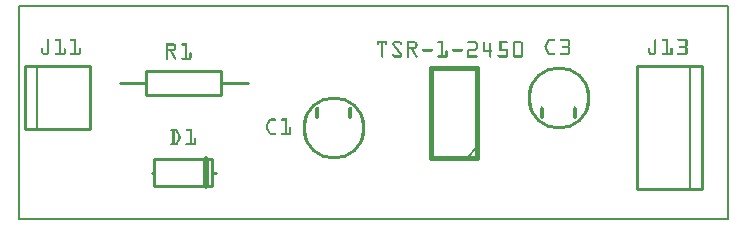
<source format=gto>
G04 MADE WITH FRITZING*
G04 WWW.FRITZING.ORG*
G04 SINGLE SIDED*
G04 HOLES NOT PLATED*
G04 CONTOUR ON CENTER OF CONTOUR VECTOR*
%ASAXBY*%
%FSLAX23Y23*%
%MOIN*%
%OFA0B0*%
%SFA1.0B1.0*%
%ADD10C,0.210000X0.19*%
%ADD11R,2.370950X0.718008X2.354950X0.702008*%
%ADD12C,0.008000*%
%ADD13C,0.010000*%
%ADD14C,0.020000*%
%ADD15C,0.015269*%
%ADD16C,0.005985*%
%ADD17C,0.005000*%
%ADD18R,0.001000X0.001000*%
%LNSILK1*%
G90*
G70*
G54D10*
X1803Y409D03*
X1053Y309D03*
G54D12*
X4Y714D02*
X2367Y714D01*
X2367Y4D01*
X4Y4D01*
X4Y714D01*
D02*
G54D13*
X662Y159D02*
X649Y159D01*
D02*
X454Y159D02*
X447Y159D01*
D02*
X649Y114D02*
X454Y114D01*
D02*
X454Y114D02*
X454Y204D01*
D02*
X454Y204D02*
X649Y204D01*
D02*
X649Y204D02*
X649Y114D01*
G54D14*
D02*
X629Y204D02*
X629Y114D01*
G54D13*
D02*
X341Y459D02*
X428Y459D01*
D02*
X678Y459D02*
X766Y459D01*
D02*
X428Y500D02*
X678Y500D01*
D02*
X678Y500D02*
X678Y418D01*
D02*
X678Y418D02*
X428Y418D01*
D02*
X428Y418D02*
X428Y500D01*
G54D15*
D02*
X1530Y210D02*
X1530Y508D01*
D02*
X1530Y508D02*
X1377Y508D01*
D02*
X1377Y508D02*
X1377Y210D01*
D02*
X1377Y210D02*
X1530Y210D01*
G54D16*
D02*
X1530Y246D02*
X1498Y210D01*
G54D13*
D02*
X241Y304D02*
X241Y514D01*
D02*
X241Y514D02*
X25Y514D01*
D02*
X25Y514D02*
X25Y304D01*
D02*
X25Y304D02*
X241Y304D01*
G54D17*
D02*
X65Y514D02*
X65Y304D01*
G54D13*
D02*
X2065Y514D02*
X2065Y104D01*
D02*
X2065Y104D02*
X2281Y104D01*
D02*
X2281Y104D02*
X2281Y514D01*
D02*
X2281Y514D02*
X2065Y514D01*
G54D17*
D02*
X2241Y104D02*
X2241Y514D01*
G54D18*
X128Y606D02*
X144Y606D01*
X179Y606D02*
X195Y606D01*
X100Y605D02*
X104Y605D01*
X126Y605D02*
X145Y605D01*
X176Y605D02*
X195Y605D01*
X1771Y605D02*
X1788Y605D01*
X1808Y605D02*
X1836Y605D01*
X2124Y605D02*
X2127Y605D01*
X2150Y605D02*
X2168Y605D01*
X2200Y605D02*
X2228Y605D01*
X99Y604D02*
X105Y604D01*
X125Y604D02*
X145Y604D01*
X176Y604D02*
X195Y604D01*
X1769Y604D02*
X1789Y604D01*
X1807Y604D02*
X1838Y604D01*
X2123Y604D02*
X2128Y604D01*
X2149Y604D02*
X2168Y604D01*
X2199Y604D02*
X2230Y604D01*
X99Y603D02*
X105Y603D01*
X125Y603D02*
X145Y603D01*
X175Y603D02*
X195Y603D01*
X1768Y603D02*
X1790Y603D01*
X1807Y603D02*
X1839Y603D01*
X2123Y603D02*
X2128Y603D01*
X2149Y603D02*
X2168Y603D01*
X2199Y603D02*
X2231Y603D01*
X99Y602D02*
X105Y602D01*
X125Y602D02*
X145Y602D01*
X175Y602D02*
X195Y602D01*
X1766Y602D02*
X1790Y602D01*
X1807Y602D02*
X1839Y602D01*
X2122Y602D02*
X2128Y602D01*
X2149Y602D02*
X2168Y602D01*
X2199Y602D02*
X2231Y602D01*
X99Y601D02*
X105Y601D01*
X125Y601D02*
X145Y601D01*
X176Y601D02*
X195Y601D01*
X1766Y601D02*
X1790Y601D01*
X1807Y601D02*
X1840Y601D01*
X2122Y601D02*
X2128Y601D01*
X2149Y601D02*
X2168Y601D01*
X2199Y601D02*
X2232Y601D01*
X99Y600D02*
X105Y600D01*
X126Y600D02*
X145Y600D01*
X176Y600D02*
X195Y600D01*
X1765Y600D02*
X1789Y600D01*
X1807Y600D02*
X1840Y600D01*
X2122Y600D02*
X2128Y600D01*
X2149Y600D02*
X2168Y600D01*
X2200Y600D02*
X2232Y600D01*
X99Y599D02*
X105Y599D01*
X138Y599D02*
X145Y599D01*
X188Y599D02*
X195Y599D01*
X1765Y599D02*
X1788Y599D01*
X1809Y599D02*
X1840Y599D01*
X2122Y599D02*
X2128Y599D01*
X2151Y599D02*
X2168Y599D01*
X2201Y599D02*
X2232Y599D01*
X99Y598D02*
X105Y598D01*
X139Y598D02*
X145Y598D01*
X189Y598D02*
X195Y598D01*
X1764Y598D02*
X1772Y598D01*
X1834Y598D02*
X1840Y598D01*
X2122Y598D02*
X2128Y598D01*
X2162Y598D02*
X2168Y598D01*
X2226Y598D02*
X2232Y598D01*
X99Y597D02*
X105Y597D01*
X139Y597D02*
X145Y597D01*
X189Y597D02*
X195Y597D01*
X1198Y597D02*
X1231Y597D01*
X1254Y597D02*
X1274Y597D01*
X1298Y597D02*
X1323Y597D01*
X1401Y597D02*
X1418Y597D01*
X1501Y597D02*
X1527Y597D01*
X1553Y597D02*
X1554Y597D01*
X1606Y597D02*
X1630Y597D01*
X1655Y597D02*
X1678Y597D01*
X1764Y597D02*
X1771Y597D01*
X1834Y597D02*
X1840Y597D01*
X2122Y597D02*
X2128Y597D01*
X2162Y597D02*
X2168Y597D01*
X2226Y597D02*
X2232Y597D01*
X99Y596D02*
X105Y596D01*
X139Y596D02*
X145Y596D01*
X189Y596D02*
X195Y596D01*
X1198Y596D02*
X1231Y596D01*
X1252Y596D02*
X1277Y596D01*
X1298Y596D02*
X1326Y596D01*
X1400Y596D02*
X1418Y596D01*
X1500Y596D02*
X1529Y596D01*
X1552Y596D02*
X1556Y596D01*
X1606Y596D02*
X1632Y596D01*
X1653Y596D02*
X1680Y596D01*
X1763Y596D02*
X1770Y596D01*
X1834Y596D02*
X1840Y596D01*
X2122Y596D02*
X2128Y596D01*
X2162Y596D02*
X2168Y596D01*
X2226Y596D02*
X2232Y596D01*
X99Y595D02*
X105Y595D01*
X139Y595D02*
X145Y595D01*
X189Y595D02*
X195Y595D01*
X1198Y595D02*
X1231Y595D01*
X1250Y595D02*
X1278Y595D01*
X1298Y595D02*
X1328Y595D01*
X1399Y595D02*
X1418Y595D01*
X1499Y595D02*
X1530Y595D01*
X1551Y595D02*
X1557Y595D01*
X1606Y595D02*
X1633Y595D01*
X1652Y595D02*
X1681Y595D01*
X1763Y595D02*
X1770Y595D01*
X1834Y595D02*
X1840Y595D01*
X2122Y595D02*
X2128Y595D01*
X2162Y595D02*
X2168Y595D01*
X2226Y595D02*
X2232Y595D01*
X99Y594D02*
X105Y594D01*
X139Y594D02*
X145Y594D01*
X189Y594D02*
X195Y594D01*
X1198Y594D02*
X1231Y594D01*
X1250Y594D02*
X1279Y594D01*
X1298Y594D02*
X1329Y594D01*
X1399Y594D02*
X1418Y594D01*
X1499Y594D02*
X1531Y594D01*
X1551Y594D02*
X1557Y594D01*
X1606Y594D02*
X1633Y594D01*
X1651Y594D02*
X1682Y594D01*
X1762Y594D02*
X1769Y594D01*
X1834Y594D02*
X1840Y594D01*
X2122Y594D02*
X2128Y594D01*
X2162Y594D02*
X2168Y594D01*
X2226Y594D02*
X2232Y594D01*
X99Y593D02*
X105Y593D01*
X139Y593D02*
X145Y593D01*
X189Y593D02*
X195Y593D01*
X1198Y593D02*
X1231Y593D01*
X1249Y593D02*
X1280Y593D01*
X1298Y593D02*
X1330Y593D01*
X1399Y593D02*
X1418Y593D01*
X1499Y593D02*
X1532Y593D01*
X1551Y593D02*
X1557Y593D01*
X1606Y593D02*
X1633Y593D01*
X1650Y593D02*
X1682Y593D01*
X1762Y593D02*
X1769Y593D01*
X1834Y593D02*
X1840Y593D01*
X2122Y593D02*
X2128Y593D01*
X2162Y593D02*
X2168Y593D01*
X2226Y593D02*
X2232Y593D01*
X99Y592D02*
X105Y592D01*
X139Y592D02*
X145Y592D01*
X189Y592D02*
X195Y592D01*
X1198Y592D02*
X1231Y592D01*
X1248Y592D02*
X1281Y592D01*
X1298Y592D02*
X1330Y592D01*
X1399Y592D02*
X1418Y592D01*
X1499Y592D02*
X1532Y592D01*
X1551Y592D02*
X1557Y592D01*
X1606Y592D02*
X1632Y592D01*
X1650Y592D02*
X1683Y592D01*
X1761Y592D02*
X1768Y592D01*
X1834Y592D02*
X1840Y592D01*
X2122Y592D02*
X2128Y592D01*
X2162Y592D02*
X2168Y592D01*
X2226Y592D02*
X2232Y592D01*
X99Y591D02*
X105Y591D01*
X139Y591D02*
X145Y591D01*
X189Y591D02*
X195Y591D01*
X1198Y591D02*
X1231Y591D01*
X1248Y591D02*
X1281Y591D01*
X1298Y591D02*
X1331Y591D01*
X1400Y591D02*
X1418Y591D01*
X1500Y591D02*
X1532Y591D01*
X1551Y591D02*
X1557Y591D01*
X1574Y591D02*
X1575Y591D01*
X1606Y591D02*
X1632Y591D01*
X1650Y591D02*
X1683Y591D01*
X1761Y591D02*
X1768Y591D01*
X1834Y591D02*
X1840Y591D01*
X2122Y591D02*
X2128Y591D01*
X2162Y591D02*
X2168Y591D01*
X2226Y591D02*
X2232Y591D01*
X99Y590D02*
X105Y590D01*
X139Y590D02*
X145Y590D01*
X189Y590D02*
X195Y590D01*
X495Y590D02*
X521Y590D01*
X547Y590D02*
X565Y590D01*
X1198Y590D02*
X1204Y590D01*
X1211Y590D02*
X1218Y590D01*
X1225Y590D02*
X1231Y590D01*
X1248Y590D02*
X1254Y590D01*
X1274Y590D02*
X1281Y590D01*
X1298Y590D02*
X1304Y590D01*
X1323Y590D02*
X1331Y590D01*
X1412Y590D02*
X1418Y590D01*
X1526Y590D02*
X1533Y590D01*
X1551Y590D02*
X1557Y590D01*
X1572Y590D02*
X1577Y590D01*
X1606Y590D02*
X1612Y590D01*
X1650Y590D02*
X1656Y590D01*
X1677Y590D02*
X1683Y590D01*
X1760Y590D02*
X1767Y590D01*
X1834Y590D02*
X1840Y590D01*
X2122Y590D02*
X2128Y590D01*
X2162Y590D02*
X2168Y590D01*
X2226Y590D02*
X2232Y590D01*
X99Y589D02*
X105Y589D01*
X139Y589D02*
X145Y589D01*
X189Y589D02*
X195Y589D01*
X495Y589D02*
X523Y589D01*
X546Y589D02*
X565Y589D01*
X1198Y589D02*
X1204Y589D01*
X1212Y589D02*
X1218Y589D01*
X1225Y589D02*
X1231Y589D01*
X1248Y589D02*
X1254Y589D01*
X1275Y589D02*
X1281Y589D01*
X1298Y589D02*
X1304Y589D01*
X1325Y589D02*
X1332Y589D01*
X1412Y589D02*
X1418Y589D01*
X1527Y589D02*
X1533Y589D01*
X1551Y589D02*
X1557Y589D01*
X1572Y589D02*
X1577Y589D01*
X1606Y589D02*
X1612Y589D01*
X1650Y589D02*
X1656Y589D01*
X1677Y589D02*
X1683Y589D01*
X1760Y589D02*
X1767Y589D01*
X1834Y589D02*
X1840Y589D01*
X2122Y589D02*
X2128Y589D01*
X2162Y589D02*
X2168Y589D01*
X2226Y589D02*
X2232Y589D01*
X99Y588D02*
X105Y588D01*
X139Y588D02*
X145Y588D01*
X189Y588D02*
X195Y588D01*
X495Y588D02*
X525Y588D01*
X545Y588D02*
X565Y588D01*
X1198Y588D02*
X1204Y588D01*
X1212Y588D02*
X1218Y588D01*
X1225Y588D02*
X1231Y588D01*
X1248Y588D02*
X1255Y588D01*
X1276Y588D02*
X1282Y588D01*
X1298Y588D02*
X1304Y588D01*
X1325Y588D02*
X1332Y588D01*
X1412Y588D02*
X1418Y588D01*
X1527Y588D02*
X1533Y588D01*
X1551Y588D02*
X1557Y588D01*
X1572Y588D02*
X1577Y588D01*
X1606Y588D02*
X1612Y588D01*
X1650Y588D02*
X1656Y588D01*
X1677Y588D02*
X1683Y588D01*
X1759Y588D02*
X1766Y588D01*
X1834Y588D02*
X1840Y588D01*
X2122Y588D02*
X2128Y588D01*
X2162Y588D02*
X2168Y588D01*
X2226Y588D02*
X2232Y588D01*
X99Y587D02*
X105Y587D01*
X139Y587D02*
X145Y587D01*
X189Y587D02*
X195Y587D01*
X495Y587D02*
X526Y587D01*
X545Y587D02*
X565Y587D01*
X1198Y587D02*
X1204Y587D01*
X1212Y587D02*
X1218Y587D01*
X1226Y587D02*
X1231Y587D01*
X1248Y587D02*
X1256Y587D01*
X1276Y587D02*
X1281Y587D01*
X1298Y587D02*
X1304Y587D01*
X1326Y587D02*
X1332Y587D01*
X1412Y587D02*
X1418Y587D01*
X1527Y587D02*
X1533Y587D01*
X1551Y587D02*
X1557Y587D01*
X1571Y587D02*
X1578Y587D01*
X1606Y587D02*
X1612Y587D01*
X1650Y587D02*
X1656Y587D01*
X1677Y587D02*
X1683Y587D01*
X1759Y587D02*
X1766Y587D01*
X1834Y587D02*
X1840Y587D01*
X2122Y587D02*
X2128Y587D01*
X2162Y587D02*
X2168Y587D01*
X2226Y587D02*
X2232Y587D01*
X99Y586D02*
X105Y586D01*
X139Y586D02*
X145Y586D01*
X189Y586D02*
X195Y586D01*
X495Y586D02*
X526Y586D01*
X545Y586D02*
X565Y586D01*
X1198Y586D02*
X1203Y586D01*
X1212Y586D02*
X1218Y586D01*
X1226Y586D02*
X1231Y586D01*
X1249Y586D02*
X1256Y586D01*
X1276Y586D02*
X1281Y586D01*
X1298Y586D02*
X1304Y586D01*
X1326Y586D02*
X1332Y586D01*
X1412Y586D02*
X1418Y586D01*
X1527Y586D02*
X1533Y586D01*
X1551Y586D02*
X1557Y586D01*
X1571Y586D02*
X1578Y586D01*
X1606Y586D02*
X1612Y586D01*
X1650Y586D02*
X1656Y586D01*
X1677Y586D02*
X1683Y586D01*
X1758Y586D02*
X1765Y586D01*
X1834Y586D02*
X1840Y586D01*
X2122Y586D02*
X2128Y586D01*
X2162Y586D02*
X2168Y586D01*
X2226Y586D02*
X2232Y586D01*
X99Y585D02*
X105Y585D01*
X139Y585D02*
X145Y585D01*
X189Y585D02*
X195Y585D01*
X495Y585D02*
X527Y585D01*
X546Y585D02*
X565Y585D01*
X1199Y585D02*
X1202Y585D01*
X1212Y585D02*
X1218Y585D01*
X1227Y585D02*
X1230Y585D01*
X1249Y585D02*
X1257Y585D01*
X1277Y585D02*
X1280Y585D01*
X1298Y585D02*
X1304Y585D01*
X1326Y585D02*
X1332Y585D01*
X1412Y585D02*
X1418Y585D01*
X1527Y585D02*
X1533Y585D01*
X1551Y585D02*
X1557Y585D01*
X1571Y585D02*
X1578Y585D01*
X1606Y585D02*
X1612Y585D01*
X1650Y585D02*
X1656Y585D01*
X1677Y585D02*
X1683Y585D01*
X1758Y585D02*
X1765Y585D01*
X1834Y585D02*
X1840Y585D01*
X2122Y585D02*
X2128Y585D01*
X2162Y585D02*
X2168Y585D01*
X2226Y585D02*
X2232Y585D01*
X99Y584D02*
X105Y584D01*
X139Y584D02*
X145Y584D01*
X189Y584D02*
X195Y584D01*
X495Y584D02*
X528Y584D01*
X547Y584D02*
X565Y584D01*
X1212Y584D02*
X1218Y584D01*
X1250Y584D02*
X1258Y584D01*
X1298Y584D02*
X1304Y584D01*
X1326Y584D02*
X1332Y584D01*
X1412Y584D02*
X1418Y584D01*
X1527Y584D02*
X1533Y584D01*
X1551Y584D02*
X1557Y584D01*
X1571Y584D02*
X1578Y584D01*
X1606Y584D02*
X1612Y584D01*
X1650Y584D02*
X1656Y584D01*
X1677Y584D02*
X1683Y584D01*
X1757Y584D02*
X1764Y584D01*
X1834Y584D02*
X1840Y584D01*
X2122Y584D02*
X2128Y584D01*
X2162Y584D02*
X2168Y584D01*
X2226Y584D02*
X2232Y584D01*
X99Y583D02*
X105Y583D01*
X139Y583D02*
X145Y583D01*
X189Y583D02*
X195Y583D01*
X495Y583D02*
X501Y583D01*
X521Y583D02*
X528Y583D01*
X559Y583D02*
X565Y583D01*
X1212Y583D02*
X1218Y583D01*
X1251Y583D02*
X1259Y583D01*
X1298Y583D02*
X1304Y583D01*
X1326Y583D02*
X1332Y583D01*
X1412Y583D02*
X1418Y583D01*
X1527Y583D02*
X1533Y583D01*
X1551Y583D02*
X1557Y583D01*
X1571Y583D02*
X1578Y583D01*
X1606Y583D02*
X1612Y583D01*
X1650Y583D02*
X1656Y583D01*
X1677Y583D02*
X1683Y583D01*
X1757Y583D02*
X1764Y583D01*
X1833Y583D02*
X1840Y583D01*
X2122Y583D02*
X2128Y583D01*
X2162Y583D02*
X2168Y583D01*
X2225Y583D02*
X2232Y583D01*
X99Y582D02*
X105Y582D01*
X139Y582D02*
X145Y582D01*
X189Y582D02*
X195Y582D01*
X495Y582D02*
X501Y582D01*
X522Y582D02*
X528Y582D01*
X559Y582D02*
X565Y582D01*
X1212Y582D02*
X1218Y582D01*
X1251Y582D02*
X1259Y582D01*
X1298Y582D02*
X1304Y582D01*
X1326Y582D02*
X1332Y582D01*
X1412Y582D02*
X1418Y582D01*
X1527Y582D02*
X1533Y582D01*
X1551Y582D02*
X1557Y582D01*
X1571Y582D02*
X1578Y582D01*
X1606Y582D02*
X1612Y582D01*
X1650Y582D02*
X1656Y582D01*
X1677Y582D02*
X1683Y582D01*
X1757Y582D02*
X1763Y582D01*
X1816Y582D02*
X1840Y582D01*
X2122Y582D02*
X2128Y582D01*
X2162Y582D02*
X2168Y582D01*
X2208Y582D02*
X2232Y582D01*
X99Y581D02*
X105Y581D01*
X139Y581D02*
X145Y581D01*
X189Y581D02*
X195Y581D01*
X495Y581D02*
X501Y581D01*
X522Y581D02*
X528Y581D01*
X559Y581D02*
X565Y581D01*
X1212Y581D02*
X1218Y581D01*
X1252Y581D02*
X1260Y581D01*
X1298Y581D02*
X1304Y581D01*
X1325Y581D02*
X1332Y581D01*
X1412Y581D02*
X1418Y581D01*
X1527Y581D02*
X1533Y581D01*
X1551Y581D02*
X1557Y581D01*
X1571Y581D02*
X1578Y581D01*
X1606Y581D02*
X1612Y581D01*
X1650Y581D02*
X1656Y581D01*
X1677Y581D02*
X1683Y581D01*
X1757Y581D02*
X1763Y581D01*
X1814Y581D02*
X1839Y581D01*
X2122Y581D02*
X2128Y581D01*
X2162Y581D02*
X2168Y581D01*
X2206Y581D02*
X2231Y581D01*
X99Y580D02*
X105Y580D01*
X139Y580D02*
X145Y580D01*
X189Y580D02*
X195Y580D01*
X495Y580D02*
X501Y580D01*
X522Y580D02*
X528Y580D01*
X559Y580D02*
X565Y580D01*
X1212Y580D02*
X1218Y580D01*
X1253Y580D02*
X1261Y580D01*
X1298Y580D02*
X1304Y580D01*
X1324Y580D02*
X1331Y580D01*
X1412Y580D02*
X1418Y580D01*
X1527Y580D02*
X1533Y580D01*
X1551Y580D02*
X1557Y580D01*
X1571Y580D02*
X1578Y580D01*
X1606Y580D02*
X1612Y580D01*
X1650Y580D02*
X1656Y580D01*
X1677Y580D02*
X1683Y580D01*
X1756Y580D02*
X1763Y580D01*
X1814Y580D02*
X1838Y580D01*
X2122Y580D02*
X2128Y580D01*
X2162Y580D02*
X2168Y580D01*
X2206Y580D02*
X2230Y580D01*
X99Y579D02*
X105Y579D01*
X139Y579D02*
X145Y579D01*
X189Y579D02*
X195Y579D01*
X495Y579D02*
X501Y579D01*
X522Y579D02*
X528Y579D01*
X559Y579D02*
X565Y579D01*
X1212Y579D02*
X1218Y579D01*
X1254Y579D02*
X1262Y579D01*
X1298Y579D02*
X1331Y579D01*
X1412Y579D02*
X1418Y579D01*
X1527Y579D02*
X1533Y579D01*
X1551Y579D02*
X1557Y579D01*
X1571Y579D02*
X1578Y579D01*
X1606Y579D02*
X1612Y579D01*
X1650Y579D02*
X1656Y579D01*
X1677Y579D02*
X1683Y579D01*
X1756Y579D02*
X1762Y579D01*
X1814Y579D02*
X1838Y579D01*
X2122Y579D02*
X2128Y579D01*
X2162Y579D02*
X2168Y579D01*
X2206Y579D02*
X2230Y579D01*
X99Y578D02*
X105Y578D01*
X139Y578D02*
X145Y578D01*
X189Y578D02*
X195Y578D01*
X495Y578D02*
X501Y578D01*
X522Y578D02*
X528Y578D01*
X559Y578D02*
X565Y578D01*
X1212Y578D02*
X1218Y578D01*
X1255Y578D02*
X1263Y578D01*
X1298Y578D02*
X1330Y578D01*
X1412Y578D02*
X1418Y578D01*
X1527Y578D02*
X1533Y578D01*
X1551Y578D02*
X1557Y578D01*
X1571Y578D02*
X1578Y578D01*
X1606Y578D02*
X1612Y578D01*
X1650Y578D02*
X1656Y578D01*
X1677Y578D02*
X1683Y578D01*
X1756Y578D02*
X1763Y578D01*
X1814Y578D02*
X1838Y578D01*
X2122Y578D02*
X2128Y578D01*
X2162Y578D02*
X2168Y578D01*
X2206Y578D02*
X2230Y578D01*
X99Y577D02*
X105Y577D01*
X139Y577D02*
X145Y577D01*
X189Y577D02*
X195Y577D01*
X495Y577D02*
X501Y577D01*
X522Y577D02*
X528Y577D01*
X559Y577D02*
X565Y577D01*
X1212Y577D02*
X1218Y577D01*
X1255Y577D02*
X1263Y577D01*
X1298Y577D02*
X1330Y577D01*
X1412Y577D02*
X1418Y577D01*
X1527Y577D02*
X1533Y577D01*
X1551Y577D02*
X1557Y577D01*
X1571Y577D02*
X1578Y577D01*
X1606Y577D02*
X1612Y577D01*
X1650Y577D02*
X1656Y577D01*
X1677Y577D02*
X1683Y577D01*
X1757Y577D02*
X1763Y577D01*
X1814Y577D02*
X1839Y577D01*
X2122Y577D02*
X2128Y577D01*
X2162Y577D02*
X2168Y577D01*
X2206Y577D02*
X2231Y577D01*
X80Y576D02*
X83Y576D01*
X99Y576D02*
X105Y576D01*
X139Y576D02*
X145Y576D01*
X154Y576D02*
X157Y576D01*
X189Y576D02*
X195Y576D01*
X204Y576D02*
X207Y576D01*
X495Y576D02*
X501Y576D01*
X522Y576D02*
X528Y576D01*
X559Y576D02*
X565Y576D01*
X1212Y576D02*
X1218Y576D01*
X1256Y576D02*
X1264Y576D01*
X1298Y576D02*
X1329Y576D01*
X1412Y576D02*
X1418Y576D01*
X1527Y576D02*
X1533Y576D01*
X1551Y576D02*
X1557Y576D01*
X1571Y576D02*
X1578Y576D01*
X1606Y576D02*
X1612Y576D01*
X1650Y576D02*
X1656Y576D01*
X1677Y576D02*
X1683Y576D01*
X1757Y576D02*
X1763Y576D01*
X1815Y576D02*
X1839Y576D01*
X2104Y576D02*
X2106Y576D01*
X2122Y576D02*
X2128Y576D01*
X2162Y576D02*
X2168Y576D01*
X2178Y576D02*
X2180Y576D01*
X2207Y576D02*
X2231Y576D01*
X79Y575D02*
X84Y575D01*
X99Y575D02*
X105Y575D01*
X139Y575D02*
X145Y575D01*
X153Y575D02*
X158Y575D01*
X189Y575D02*
X195Y575D01*
X203Y575D02*
X208Y575D01*
X495Y575D02*
X501Y575D01*
X522Y575D02*
X528Y575D01*
X559Y575D02*
X565Y575D01*
X1212Y575D02*
X1218Y575D01*
X1257Y575D02*
X1265Y575D01*
X1298Y575D02*
X1328Y575D01*
X1412Y575D02*
X1418Y575D01*
X1527Y575D02*
X1533Y575D01*
X1551Y575D02*
X1557Y575D01*
X1571Y575D02*
X1578Y575D01*
X1606Y575D02*
X1612Y575D01*
X1650Y575D02*
X1656Y575D01*
X1677Y575D02*
X1683Y575D01*
X1757Y575D02*
X1763Y575D01*
X1831Y575D02*
X1840Y575D01*
X2103Y575D02*
X2107Y575D01*
X2122Y575D02*
X2128Y575D01*
X2162Y575D02*
X2168Y575D01*
X2177Y575D02*
X2181Y575D01*
X2224Y575D02*
X2232Y575D01*
X78Y574D02*
X84Y574D01*
X99Y574D02*
X105Y574D01*
X139Y574D02*
X145Y574D01*
X153Y574D02*
X158Y574D01*
X189Y574D02*
X195Y574D01*
X203Y574D02*
X209Y574D01*
X495Y574D02*
X501Y574D01*
X521Y574D02*
X528Y574D01*
X559Y574D02*
X565Y574D01*
X1212Y574D02*
X1218Y574D01*
X1258Y574D02*
X1266Y574D01*
X1298Y574D02*
X1327Y574D01*
X1412Y574D02*
X1418Y574D01*
X1526Y574D02*
X1533Y574D01*
X1551Y574D02*
X1557Y574D01*
X1571Y574D02*
X1578Y574D01*
X1606Y574D02*
X1612Y574D01*
X1650Y574D02*
X1656Y574D01*
X1677Y574D02*
X1683Y574D01*
X1757Y574D02*
X1764Y574D01*
X1833Y574D02*
X1840Y574D01*
X2102Y574D02*
X2108Y574D01*
X2122Y574D02*
X2128Y574D01*
X2162Y574D02*
X2168Y574D01*
X2176Y574D02*
X2182Y574D01*
X2225Y574D02*
X2232Y574D01*
X78Y573D02*
X84Y573D01*
X99Y573D02*
X105Y573D01*
X139Y573D02*
X145Y573D01*
X153Y573D02*
X159Y573D01*
X189Y573D02*
X195Y573D01*
X203Y573D02*
X209Y573D01*
X495Y573D02*
X501Y573D01*
X519Y573D02*
X528Y573D01*
X559Y573D02*
X565Y573D01*
X1212Y573D02*
X1218Y573D01*
X1258Y573D02*
X1266Y573D01*
X1298Y573D02*
X1324Y573D01*
X1350Y573D02*
X1380Y573D01*
X1412Y573D02*
X1418Y573D01*
X1450Y573D02*
X1481Y573D01*
X1503Y573D02*
X1532Y573D01*
X1551Y573D02*
X1557Y573D01*
X1571Y573D02*
X1578Y573D01*
X1606Y573D02*
X1629Y573D01*
X1650Y573D02*
X1656Y573D01*
X1677Y573D02*
X1683Y573D01*
X1758Y573D02*
X1764Y573D01*
X1834Y573D02*
X1840Y573D01*
X2102Y573D02*
X2108Y573D01*
X2122Y573D02*
X2128Y573D01*
X2162Y573D02*
X2168Y573D01*
X2176Y573D02*
X2182Y573D01*
X2226Y573D02*
X2232Y573D01*
X78Y572D02*
X84Y572D01*
X99Y572D02*
X105Y572D01*
X139Y572D02*
X145Y572D01*
X153Y572D02*
X159Y572D01*
X189Y572D02*
X195Y572D01*
X203Y572D02*
X209Y572D01*
X495Y572D02*
X527Y572D01*
X559Y572D02*
X565Y572D01*
X1212Y572D02*
X1218Y572D01*
X1259Y572D02*
X1267Y572D01*
X1298Y572D02*
X1304Y572D01*
X1310Y572D02*
X1318Y572D01*
X1349Y572D02*
X1381Y572D01*
X1412Y572D02*
X1418Y572D01*
X1449Y572D02*
X1482Y572D01*
X1502Y572D02*
X1532Y572D01*
X1551Y572D02*
X1557Y572D01*
X1571Y572D02*
X1578Y572D01*
X1606Y572D02*
X1630Y572D01*
X1650Y572D02*
X1656Y572D01*
X1677Y572D02*
X1683Y572D01*
X1758Y572D02*
X1765Y572D01*
X1834Y572D02*
X1840Y572D01*
X2102Y572D02*
X2108Y572D01*
X2122Y572D02*
X2128Y572D01*
X2162Y572D02*
X2168Y572D01*
X2176Y572D02*
X2182Y572D01*
X2226Y572D02*
X2232Y572D01*
X78Y571D02*
X84Y571D01*
X99Y571D02*
X105Y571D01*
X139Y571D02*
X145Y571D01*
X153Y571D02*
X159Y571D01*
X189Y571D02*
X195Y571D01*
X203Y571D02*
X209Y571D01*
X495Y571D02*
X527Y571D01*
X559Y571D02*
X565Y571D01*
X1212Y571D02*
X1218Y571D01*
X1260Y571D02*
X1268Y571D01*
X1298Y571D02*
X1304Y571D01*
X1311Y571D02*
X1318Y571D01*
X1349Y571D02*
X1382Y571D01*
X1412Y571D02*
X1418Y571D01*
X1449Y571D02*
X1482Y571D01*
X1501Y571D02*
X1532Y571D01*
X1551Y571D02*
X1557Y571D01*
X1571Y571D02*
X1578Y571D01*
X1606Y571D02*
X1631Y571D01*
X1650Y571D02*
X1656Y571D01*
X1677Y571D02*
X1683Y571D01*
X1758Y571D02*
X1765Y571D01*
X1834Y571D02*
X1840Y571D01*
X2102Y571D02*
X2108Y571D01*
X2122Y571D02*
X2128Y571D01*
X2162Y571D02*
X2168Y571D01*
X2176Y571D02*
X2182Y571D01*
X2226Y571D02*
X2232Y571D01*
X78Y570D02*
X84Y570D01*
X99Y570D02*
X105Y570D01*
X139Y570D02*
X145Y570D01*
X153Y570D02*
X159Y570D01*
X189Y570D02*
X195Y570D01*
X203Y570D02*
X209Y570D01*
X495Y570D02*
X526Y570D01*
X559Y570D02*
X565Y570D01*
X1212Y570D02*
X1218Y570D01*
X1261Y570D02*
X1269Y570D01*
X1298Y570D02*
X1304Y570D01*
X1311Y570D02*
X1319Y570D01*
X1348Y570D02*
X1382Y570D01*
X1412Y570D02*
X1418Y570D01*
X1449Y570D02*
X1482Y570D01*
X1500Y570D02*
X1531Y570D01*
X1551Y570D02*
X1557Y570D01*
X1571Y570D02*
X1578Y570D01*
X1606Y570D02*
X1632Y570D01*
X1650Y570D02*
X1656Y570D01*
X1677Y570D02*
X1683Y570D01*
X1759Y570D02*
X1766Y570D01*
X1834Y570D02*
X1840Y570D01*
X2102Y570D02*
X2108Y570D01*
X2122Y570D02*
X2128Y570D01*
X2162Y570D02*
X2168Y570D01*
X2176Y570D02*
X2182Y570D01*
X2226Y570D02*
X2232Y570D01*
X78Y569D02*
X84Y569D01*
X99Y569D02*
X105Y569D01*
X139Y569D02*
X145Y569D01*
X153Y569D02*
X159Y569D01*
X189Y569D02*
X195Y569D01*
X203Y569D02*
X209Y569D01*
X495Y569D02*
X525Y569D01*
X559Y569D02*
X565Y569D01*
X1212Y569D02*
X1218Y569D01*
X1262Y569D02*
X1270Y569D01*
X1298Y569D02*
X1304Y569D01*
X1312Y569D02*
X1319Y569D01*
X1348Y569D02*
X1382Y569D01*
X1412Y569D02*
X1418Y569D01*
X1449Y569D02*
X1482Y569D01*
X1499Y569D02*
X1531Y569D01*
X1551Y569D02*
X1557Y569D01*
X1571Y569D02*
X1578Y569D01*
X1606Y569D02*
X1632Y569D01*
X1650Y569D02*
X1656Y569D01*
X1677Y569D02*
X1683Y569D01*
X1759Y569D02*
X1766Y569D01*
X1834Y569D02*
X1840Y569D01*
X2102Y569D02*
X2108Y569D01*
X2122Y569D02*
X2128Y569D01*
X2162Y569D02*
X2168Y569D01*
X2176Y569D02*
X2182Y569D01*
X2226Y569D02*
X2232Y569D01*
X78Y568D02*
X84Y568D01*
X99Y568D02*
X105Y568D01*
X139Y568D02*
X145Y568D01*
X153Y568D02*
X159Y568D01*
X189Y568D02*
X195Y568D01*
X203Y568D02*
X209Y568D01*
X495Y568D02*
X524Y568D01*
X559Y568D02*
X565Y568D01*
X1212Y568D02*
X1218Y568D01*
X1262Y568D02*
X1270Y568D01*
X1298Y568D02*
X1304Y568D01*
X1313Y568D02*
X1320Y568D01*
X1348Y568D02*
X1382Y568D01*
X1412Y568D02*
X1418Y568D01*
X1449Y568D02*
X1482Y568D01*
X1499Y568D02*
X1530Y568D01*
X1551Y568D02*
X1557Y568D01*
X1571Y568D02*
X1578Y568D01*
X1606Y568D02*
X1633Y568D01*
X1650Y568D02*
X1656Y568D01*
X1677Y568D02*
X1683Y568D01*
X1760Y568D02*
X1767Y568D01*
X1834Y568D02*
X1840Y568D01*
X2102Y568D02*
X2108Y568D01*
X2122Y568D02*
X2128Y568D01*
X2162Y568D02*
X2168Y568D01*
X2176Y568D02*
X2182Y568D01*
X2226Y568D02*
X2232Y568D01*
X78Y567D02*
X84Y567D01*
X99Y567D02*
X105Y567D01*
X139Y567D02*
X145Y567D01*
X153Y567D02*
X159Y567D01*
X189Y567D02*
X195Y567D01*
X203Y567D02*
X209Y567D01*
X495Y567D02*
X522Y567D01*
X559Y567D02*
X565Y567D01*
X1212Y567D02*
X1218Y567D01*
X1263Y567D02*
X1271Y567D01*
X1298Y567D02*
X1304Y567D01*
X1313Y567D02*
X1320Y567D01*
X1348Y567D02*
X1382Y567D01*
X1412Y567D02*
X1418Y567D01*
X1428Y567D02*
X1431Y567D01*
X1449Y567D02*
X1482Y567D01*
X1499Y567D02*
X1528Y567D01*
X1551Y567D02*
X1580Y567D01*
X1606Y567D02*
X1633Y567D01*
X1650Y567D02*
X1656Y567D01*
X1677Y567D02*
X1683Y567D01*
X1760Y567D02*
X1767Y567D01*
X1834Y567D02*
X1840Y567D01*
X2102Y567D02*
X2108Y567D01*
X2122Y567D02*
X2128Y567D01*
X2162Y567D02*
X2168Y567D01*
X2176Y567D02*
X2182Y567D01*
X2226Y567D02*
X2232Y567D01*
X78Y566D02*
X84Y566D01*
X99Y566D02*
X105Y566D01*
X139Y566D02*
X145Y566D01*
X153Y566D02*
X159Y566D01*
X189Y566D02*
X195Y566D01*
X203Y566D02*
X209Y566D01*
X495Y566D02*
X519Y566D01*
X559Y566D02*
X565Y566D01*
X1212Y566D02*
X1218Y566D01*
X1264Y566D02*
X1272Y566D01*
X1298Y566D02*
X1304Y566D01*
X1314Y566D02*
X1321Y566D01*
X1349Y566D02*
X1382Y566D01*
X1412Y566D02*
X1418Y566D01*
X1427Y566D02*
X1432Y566D01*
X1449Y566D02*
X1482Y566D01*
X1499Y566D02*
X1505Y566D01*
X1551Y566D02*
X1580Y566D01*
X1627Y566D02*
X1633Y566D01*
X1650Y566D02*
X1656Y566D01*
X1677Y566D02*
X1683Y566D01*
X1761Y566D02*
X1768Y566D01*
X1834Y566D02*
X1840Y566D01*
X2102Y566D02*
X2108Y566D01*
X2122Y566D02*
X2128Y566D01*
X2162Y566D02*
X2168Y566D01*
X2176Y566D02*
X2182Y566D01*
X2226Y566D02*
X2232Y566D01*
X78Y565D02*
X84Y565D01*
X99Y565D02*
X105Y565D01*
X139Y565D02*
X145Y565D01*
X153Y565D02*
X159Y565D01*
X189Y565D02*
X195Y565D01*
X203Y565D02*
X209Y565D01*
X495Y565D02*
X501Y565D01*
X507Y565D02*
X514Y565D01*
X559Y565D02*
X565Y565D01*
X1212Y565D02*
X1218Y565D01*
X1265Y565D02*
X1273Y565D01*
X1298Y565D02*
X1304Y565D01*
X1314Y565D02*
X1322Y565D01*
X1349Y565D02*
X1381Y565D01*
X1412Y565D02*
X1418Y565D01*
X1426Y565D02*
X1432Y565D01*
X1450Y565D02*
X1482Y565D01*
X1499Y565D02*
X1505Y565D01*
X1551Y565D02*
X1581Y565D01*
X1627Y565D02*
X1633Y565D01*
X1650Y565D02*
X1656Y565D01*
X1677Y565D02*
X1683Y565D01*
X1761Y565D02*
X1768Y565D01*
X1834Y565D02*
X1840Y565D01*
X2102Y565D02*
X2108Y565D01*
X2122Y565D02*
X2128Y565D01*
X2162Y565D02*
X2168Y565D01*
X2176Y565D02*
X2182Y565D01*
X2226Y565D02*
X2232Y565D01*
X78Y564D02*
X84Y564D01*
X99Y564D02*
X105Y564D01*
X139Y564D02*
X145Y564D01*
X153Y564D02*
X159Y564D01*
X189Y564D02*
X195Y564D01*
X203Y564D02*
X209Y564D01*
X495Y564D02*
X501Y564D01*
X508Y564D02*
X515Y564D01*
X559Y564D02*
X565Y564D01*
X1212Y564D02*
X1218Y564D01*
X1265Y564D02*
X1273Y564D01*
X1298Y564D02*
X1304Y564D01*
X1315Y564D02*
X1322Y564D01*
X1350Y564D02*
X1380Y564D01*
X1412Y564D02*
X1418Y564D01*
X1426Y564D02*
X1432Y564D01*
X1451Y564D02*
X1480Y564D01*
X1499Y564D02*
X1505Y564D01*
X1551Y564D02*
X1581Y564D01*
X1627Y564D02*
X1633Y564D01*
X1650Y564D02*
X1656Y564D01*
X1677Y564D02*
X1683Y564D01*
X1762Y564D02*
X1769Y564D01*
X1834Y564D02*
X1840Y564D01*
X2102Y564D02*
X2108Y564D01*
X2122Y564D02*
X2128Y564D01*
X2162Y564D02*
X2168Y564D01*
X2176Y564D02*
X2182Y564D01*
X2226Y564D02*
X2232Y564D01*
X78Y563D02*
X84Y563D01*
X99Y563D02*
X105Y563D01*
X139Y563D02*
X145Y563D01*
X153Y563D02*
X159Y563D01*
X189Y563D02*
X195Y563D01*
X203Y563D02*
X209Y563D01*
X495Y563D02*
X501Y563D01*
X508Y563D02*
X515Y563D01*
X559Y563D02*
X565Y563D01*
X1212Y563D02*
X1218Y563D01*
X1266Y563D02*
X1274Y563D01*
X1298Y563D02*
X1304Y563D01*
X1316Y563D02*
X1323Y563D01*
X1412Y563D02*
X1418Y563D01*
X1426Y563D02*
X1432Y563D01*
X1499Y563D02*
X1505Y563D01*
X1551Y563D02*
X1581Y563D01*
X1627Y563D02*
X1633Y563D01*
X1650Y563D02*
X1656Y563D01*
X1677Y563D02*
X1683Y563D01*
X1762Y563D02*
X1769Y563D01*
X1834Y563D02*
X1840Y563D01*
X2102Y563D02*
X2108Y563D01*
X2122Y563D02*
X2128Y563D01*
X2162Y563D02*
X2168Y563D01*
X2176Y563D02*
X2182Y563D01*
X2226Y563D02*
X2232Y563D01*
X78Y562D02*
X84Y562D01*
X99Y562D02*
X105Y562D01*
X139Y562D02*
X145Y562D01*
X153Y562D02*
X159Y562D01*
X189Y562D02*
X195Y562D01*
X203Y562D02*
X209Y562D01*
X495Y562D02*
X501Y562D01*
X509Y562D02*
X516Y562D01*
X559Y562D02*
X565Y562D01*
X1212Y562D02*
X1218Y562D01*
X1267Y562D02*
X1275Y562D01*
X1298Y562D02*
X1304Y562D01*
X1316Y562D02*
X1323Y562D01*
X1412Y562D02*
X1418Y562D01*
X1426Y562D02*
X1432Y562D01*
X1499Y562D02*
X1505Y562D01*
X1551Y562D02*
X1580Y562D01*
X1627Y562D02*
X1633Y562D01*
X1650Y562D02*
X1656Y562D01*
X1677Y562D02*
X1683Y562D01*
X1763Y562D02*
X1770Y562D01*
X1834Y562D02*
X1840Y562D01*
X2102Y562D02*
X2108Y562D01*
X2122Y562D02*
X2128Y562D01*
X2162Y562D02*
X2168Y562D01*
X2176Y562D02*
X2182Y562D01*
X2226Y562D02*
X2232Y562D01*
X78Y561D02*
X85Y561D01*
X99Y561D02*
X105Y561D01*
X139Y561D02*
X145Y561D01*
X153Y561D02*
X159Y561D01*
X189Y561D02*
X195Y561D01*
X203Y561D02*
X209Y561D01*
X495Y561D02*
X501Y561D01*
X509Y561D02*
X517Y561D01*
X559Y561D02*
X565Y561D01*
X575Y561D02*
X576Y561D01*
X1212Y561D02*
X1218Y561D01*
X1268Y561D02*
X1276Y561D01*
X1298Y561D02*
X1304Y561D01*
X1317Y561D02*
X1324Y561D01*
X1412Y561D02*
X1418Y561D01*
X1426Y561D02*
X1432Y561D01*
X1499Y561D02*
X1505Y561D01*
X1551Y561D02*
X1579Y561D01*
X1627Y561D02*
X1633Y561D01*
X1650Y561D02*
X1656Y561D01*
X1677Y561D02*
X1683Y561D01*
X1763Y561D02*
X1770Y561D01*
X1834Y561D02*
X1840Y561D01*
X2102Y561D02*
X2108Y561D01*
X2122Y561D02*
X2128Y561D01*
X2162Y561D02*
X2168Y561D01*
X2176Y561D02*
X2182Y561D01*
X2226Y561D02*
X2232Y561D01*
X79Y560D02*
X85Y560D01*
X98Y560D02*
X105Y560D01*
X139Y560D02*
X145Y560D01*
X153Y560D02*
X159Y560D01*
X189Y560D02*
X195Y560D01*
X203Y560D02*
X209Y560D01*
X495Y560D02*
X501Y560D01*
X510Y560D02*
X517Y560D01*
X559Y560D02*
X565Y560D01*
X573Y560D02*
X577Y560D01*
X1212Y560D02*
X1218Y560D01*
X1269Y560D02*
X1277Y560D01*
X1298Y560D02*
X1304Y560D01*
X1317Y560D02*
X1324Y560D01*
X1412Y560D02*
X1418Y560D01*
X1426Y560D02*
X1432Y560D01*
X1499Y560D02*
X1505Y560D01*
X1571Y560D02*
X1578Y560D01*
X1627Y560D02*
X1633Y560D01*
X1650Y560D02*
X1656Y560D01*
X1677Y560D02*
X1683Y560D01*
X1764Y560D02*
X1771Y560D01*
X1834Y560D02*
X1840Y560D01*
X2102Y560D02*
X2109Y560D01*
X2122Y560D02*
X2128Y560D01*
X2162Y560D02*
X2168Y560D01*
X2176Y560D02*
X2182Y560D01*
X2226Y560D02*
X2232Y560D01*
X79Y559D02*
X87Y559D01*
X96Y559D02*
X104Y559D01*
X138Y559D02*
X145Y559D01*
X152Y559D02*
X159Y559D01*
X189Y559D02*
X195Y559D01*
X202Y559D02*
X209Y559D01*
X495Y559D02*
X501Y559D01*
X511Y559D02*
X518Y559D01*
X559Y559D02*
X565Y559D01*
X573Y559D02*
X578Y559D01*
X1212Y559D02*
X1218Y559D01*
X1269Y559D02*
X1277Y559D01*
X1298Y559D02*
X1304Y559D01*
X1318Y559D02*
X1325Y559D01*
X1412Y559D02*
X1418Y559D01*
X1426Y559D02*
X1432Y559D01*
X1499Y559D02*
X1505Y559D01*
X1571Y559D02*
X1578Y559D01*
X1627Y559D02*
X1633Y559D01*
X1650Y559D02*
X1656Y559D01*
X1677Y559D02*
X1683Y559D01*
X1764Y559D02*
X1772Y559D01*
X1834Y559D02*
X1840Y559D01*
X2102Y559D02*
X2110Y559D01*
X2120Y559D02*
X2128Y559D01*
X2162Y559D02*
X2168Y559D01*
X2176Y559D02*
X2182Y559D01*
X2226Y559D02*
X2232Y559D01*
X79Y558D02*
X104Y558D01*
X126Y558D02*
X159Y558D01*
X176Y558D02*
X209Y558D01*
X495Y558D02*
X501Y558D01*
X511Y558D02*
X518Y558D01*
X559Y558D02*
X565Y558D01*
X573Y558D02*
X578Y558D01*
X1212Y558D02*
X1218Y558D01*
X1270Y558D02*
X1278Y558D01*
X1298Y558D02*
X1304Y558D01*
X1318Y558D02*
X1326Y558D01*
X1412Y558D02*
X1418Y558D01*
X1426Y558D02*
X1432Y558D01*
X1499Y558D02*
X1505Y558D01*
X1571Y558D02*
X1578Y558D01*
X1627Y558D02*
X1633Y558D01*
X1650Y558D02*
X1656Y558D01*
X1677Y558D02*
X1683Y558D01*
X1765Y558D02*
X1788Y558D01*
X1808Y558D02*
X1840Y558D01*
X2103Y558D02*
X2128Y558D01*
X2150Y558D02*
X2182Y558D01*
X2200Y558D02*
X2232Y558D01*
X80Y557D02*
X103Y557D01*
X125Y557D02*
X159Y557D01*
X176Y557D02*
X209Y557D01*
X495Y557D02*
X501Y557D01*
X512Y557D02*
X519Y557D01*
X559Y557D02*
X565Y557D01*
X572Y557D02*
X579Y557D01*
X1212Y557D02*
X1218Y557D01*
X1271Y557D02*
X1279Y557D01*
X1298Y557D02*
X1304Y557D01*
X1319Y557D02*
X1326Y557D01*
X1412Y557D02*
X1418Y557D01*
X1426Y557D02*
X1432Y557D01*
X1499Y557D02*
X1505Y557D01*
X1571Y557D02*
X1578Y557D01*
X1627Y557D02*
X1633Y557D01*
X1650Y557D02*
X1656Y557D01*
X1677Y557D02*
X1683Y557D01*
X1765Y557D02*
X1789Y557D01*
X1807Y557D02*
X1840Y557D01*
X2103Y557D02*
X2127Y557D01*
X2149Y557D02*
X2182Y557D01*
X2199Y557D02*
X2232Y557D01*
X80Y556D02*
X103Y556D01*
X125Y556D02*
X159Y556D01*
X175Y556D02*
X209Y556D01*
X495Y556D02*
X501Y556D01*
X512Y556D02*
X520Y556D01*
X559Y556D02*
X565Y556D01*
X572Y556D02*
X579Y556D01*
X1212Y556D02*
X1218Y556D01*
X1272Y556D02*
X1280Y556D01*
X1298Y556D02*
X1304Y556D01*
X1320Y556D02*
X1327Y556D01*
X1412Y556D02*
X1418Y556D01*
X1426Y556D02*
X1432Y556D01*
X1499Y556D02*
X1505Y556D01*
X1571Y556D02*
X1578Y556D01*
X1627Y556D02*
X1633Y556D01*
X1650Y556D02*
X1656Y556D01*
X1677Y556D02*
X1683Y556D01*
X1766Y556D02*
X1790Y556D01*
X1807Y556D02*
X1840Y556D01*
X2104Y556D02*
X2126Y556D01*
X2149Y556D02*
X2182Y556D01*
X2199Y556D02*
X2232Y556D01*
X81Y555D02*
X102Y555D01*
X125Y555D02*
X159Y555D01*
X175Y555D02*
X209Y555D01*
X495Y555D02*
X501Y555D01*
X513Y555D02*
X520Y555D01*
X559Y555D02*
X565Y555D01*
X572Y555D02*
X579Y555D01*
X1212Y555D02*
X1218Y555D01*
X1249Y555D02*
X1253Y555D01*
X1272Y555D02*
X1280Y555D01*
X1298Y555D02*
X1304Y555D01*
X1320Y555D02*
X1327Y555D01*
X1412Y555D02*
X1418Y555D01*
X1426Y555D02*
X1432Y555D01*
X1499Y555D02*
X1505Y555D01*
X1571Y555D02*
X1578Y555D01*
X1627Y555D02*
X1633Y555D01*
X1650Y555D02*
X1656Y555D01*
X1677Y555D02*
X1683Y555D01*
X1767Y555D02*
X1790Y555D01*
X1807Y555D02*
X1839Y555D01*
X2105Y555D02*
X2126Y555D01*
X2149Y555D02*
X2182Y555D01*
X2199Y555D02*
X2231Y555D01*
X83Y554D02*
X101Y554D01*
X125Y554D02*
X158Y554D01*
X176Y554D02*
X208Y554D01*
X495Y554D02*
X501Y554D01*
X513Y554D02*
X521Y554D01*
X559Y554D02*
X565Y554D01*
X572Y554D02*
X579Y554D01*
X1212Y554D02*
X1218Y554D01*
X1248Y554D02*
X1254Y554D01*
X1273Y554D02*
X1281Y554D01*
X1298Y554D02*
X1304Y554D01*
X1321Y554D02*
X1328Y554D01*
X1412Y554D02*
X1418Y554D01*
X1426Y554D02*
X1432Y554D01*
X1499Y554D02*
X1505Y554D01*
X1571Y554D02*
X1578Y554D01*
X1627Y554D02*
X1633Y554D01*
X1650Y554D02*
X1656Y554D01*
X1677Y554D02*
X1683Y554D01*
X1768Y554D02*
X1790Y554D01*
X1807Y554D02*
X1838Y554D01*
X2106Y554D02*
X2124Y554D01*
X2149Y554D02*
X2182Y554D01*
X2199Y554D02*
X2230Y554D01*
X84Y553D02*
X99Y553D01*
X126Y553D02*
X158Y553D01*
X176Y553D02*
X208Y553D01*
X495Y553D02*
X501Y553D01*
X514Y553D02*
X521Y553D01*
X559Y553D02*
X565Y553D01*
X572Y553D02*
X579Y553D01*
X1212Y553D02*
X1218Y553D01*
X1248Y553D02*
X1254Y553D01*
X1274Y553D02*
X1281Y553D01*
X1298Y553D02*
X1304Y553D01*
X1321Y553D02*
X1329Y553D01*
X1412Y553D02*
X1418Y553D01*
X1426Y553D02*
X1432Y553D01*
X1499Y553D02*
X1505Y553D01*
X1571Y553D02*
X1578Y553D01*
X1627Y553D02*
X1633Y553D01*
X1650Y553D02*
X1656Y553D01*
X1677Y553D02*
X1683Y553D01*
X1769Y553D02*
X1789Y553D01*
X1807Y553D02*
X1837Y553D01*
X2107Y553D02*
X2123Y553D01*
X2149Y553D02*
X2181Y553D01*
X2200Y553D02*
X2229Y553D01*
X87Y552D02*
X96Y552D01*
X128Y552D02*
X156Y552D01*
X178Y552D02*
X206Y552D01*
X495Y552D02*
X501Y552D01*
X515Y552D02*
X522Y552D01*
X559Y552D02*
X565Y552D01*
X572Y552D02*
X579Y552D01*
X1212Y552D02*
X1218Y552D01*
X1248Y552D02*
X1254Y552D01*
X1275Y552D02*
X1282Y552D01*
X1298Y552D02*
X1304Y552D01*
X1322Y552D02*
X1329Y552D01*
X1412Y552D02*
X1418Y552D01*
X1426Y552D02*
X1432Y552D01*
X1499Y552D02*
X1505Y552D01*
X1571Y552D02*
X1578Y552D01*
X1600Y552D02*
X1605Y552D01*
X1627Y552D02*
X1633Y552D01*
X1650Y552D02*
X1656Y552D01*
X1677Y552D02*
X1683Y552D01*
X1772Y552D02*
X1788Y552D01*
X1808Y552D02*
X1836Y552D01*
X2110Y552D02*
X2120Y552D01*
X2151Y552D02*
X2180Y552D01*
X2201Y552D02*
X2227Y552D01*
X495Y551D02*
X501Y551D01*
X515Y551D02*
X522Y551D01*
X559Y551D02*
X565Y551D01*
X572Y551D02*
X579Y551D01*
X1212Y551D02*
X1218Y551D01*
X1248Y551D02*
X1255Y551D01*
X1275Y551D02*
X1282Y551D01*
X1298Y551D02*
X1304Y551D01*
X1323Y551D02*
X1330Y551D01*
X1412Y551D02*
X1418Y551D01*
X1426Y551D02*
X1432Y551D01*
X1499Y551D02*
X1505Y551D01*
X1571Y551D02*
X1578Y551D01*
X1600Y551D02*
X1607Y551D01*
X1627Y551D02*
X1633Y551D01*
X1650Y551D02*
X1656Y551D01*
X1677Y551D02*
X1683Y551D01*
X495Y550D02*
X501Y550D01*
X516Y550D02*
X523Y550D01*
X559Y550D02*
X565Y550D01*
X572Y550D02*
X579Y550D01*
X1212Y550D02*
X1218Y550D01*
X1248Y550D02*
X1281Y550D01*
X1298Y550D02*
X1304Y550D01*
X1323Y550D02*
X1330Y550D01*
X1402Y550D02*
X1432Y550D01*
X1499Y550D02*
X1529Y550D01*
X1571Y550D02*
X1578Y550D01*
X1599Y550D02*
X1633Y550D01*
X1650Y550D02*
X1683Y550D01*
X495Y549D02*
X501Y549D01*
X516Y549D02*
X524Y549D01*
X559Y549D02*
X565Y549D01*
X572Y549D02*
X579Y549D01*
X1212Y549D02*
X1218Y549D01*
X1249Y549D02*
X1281Y549D01*
X1298Y549D02*
X1304Y549D01*
X1324Y549D02*
X1331Y549D01*
X1400Y549D02*
X1432Y549D01*
X1499Y549D02*
X1531Y549D01*
X1571Y549D02*
X1578Y549D01*
X1599Y549D02*
X1633Y549D01*
X1650Y549D02*
X1683Y549D01*
X495Y548D02*
X501Y548D01*
X517Y548D02*
X524Y548D01*
X559Y548D02*
X565Y548D01*
X572Y548D02*
X579Y548D01*
X1212Y548D02*
X1218Y548D01*
X1249Y548D02*
X1281Y548D01*
X1298Y548D02*
X1304Y548D01*
X1324Y548D02*
X1331Y548D01*
X1399Y548D02*
X1432Y548D01*
X1499Y548D02*
X1532Y548D01*
X1571Y548D02*
X1578Y548D01*
X1600Y548D02*
X1633Y548D01*
X1650Y548D02*
X1683Y548D01*
X495Y547D02*
X501Y547D01*
X518Y547D02*
X525Y547D01*
X559Y547D02*
X565Y547D01*
X572Y547D02*
X579Y547D01*
X1212Y547D02*
X1218Y547D01*
X1250Y547D02*
X1280Y547D01*
X1298Y547D02*
X1304Y547D01*
X1325Y547D02*
X1332Y547D01*
X1399Y547D02*
X1432Y547D01*
X1499Y547D02*
X1532Y547D01*
X1571Y547D02*
X1578Y547D01*
X1600Y547D02*
X1632Y547D01*
X1650Y547D02*
X1682Y547D01*
X495Y546D02*
X501Y546D01*
X518Y546D02*
X525Y546D01*
X559Y546D02*
X565Y546D01*
X572Y546D02*
X579Y546D01*
X1212Y546D02*
X1217Y546D01*
X1251Y546D02*
X1280Y546D01*
X1298Y546D02*
X1304Y546D01*
X1325Y546D02*
X1332Y546D01*
X1399Y546D02*
X1432Y546D01*
X1499Y546D02*
X1532Y546D01*
X1572Y546D02*
X1577Y546D01*
X1602Y546D02*
X1632Y546D01*
X1651Y546D02*
X1682Y546D01*
X495Y545D02*
X501Y545D01*
X519Y545D02*
X526Y545D01*
X559Y545D02*
X565Y545D01*
X572Y545D02*
X579Y545D01*
X1212Y545D02*
X1217Y545D01*
X1252Y545D02*
X1279Y545D01*
X1299Y545D02*
X1304Y545D01*
X1326Y545D02*
X1331Y545D01*
X1399Y545D02*
X1432Y545D01*
X1499Y545D02*
X1532Y545D01*
X1572Y545D02*
X1577Y545D01*
X1604Y545D02*
X1631Y545D01*
X1652Y545D02*
X1681Y545D01*
X495Y544D02*
X501Y544D01*
X519Y544D02*
X527Y544D01*
X559Y544D02*
X565Y544D01*
X572Y544D02*
X579Y544D01*
X1213Y544D02*
X1216Y544D01*
X1253Y544D02*
X1277Y544D01*
X1299Y544D02*
X1303Y544D01*
X1327Y544D02*
X1331Y544D01*
X1400Y544D02*
X1431Y544D01*
X1499Y544D02*
X1531Y544D01*
X1573Y544D02*
X1576Y544D01*
X1606Y544D02*
X1629Y544D01*
X1653Y544D02*
X1680Y544D01*
X495Y543D02*
X501Y543D01*
X520Y543D02*
X527Y543D01*
X547Y543D02*
X579Y543D01*
X495Y542D02*
X501Y542D01*
X520Y542D02*
X528Y542D01*
X546Y542D02*
X579Y542D01*
X495Y541D02*
X501Y541D01*
X521Y541D02*
X528Y541D01*
X545Y541D02*
X579Y541D01*
X495Y540D02*
X501Y540D01*
X522Y540D02*
X528Y540D01*
X545Y540D02*
X578Y540D01*
X495Y539D02*
X501Y539D01*
X522Y539D02*
X528Y539D01*
X545Y539D02*
X578Y539D01*
X495Y538D02*
X500Y538D01*
X523Y538D02*
X528Y538D01*
X546Y538D02*
X578Y538D01*
X496Y537D02*
X499Y537D01*
X524Y537D02*
X527Y537D01*
X547Y537D02*
X577Y537D01*
X997Y380D02*
X998Y380D01*
X1107Y380D02*
X1108Y380D01*
X1746Y380D02*
X1748Y380D01*
X1856Y380D02*
X1858Y380D01*
X994Y379D02*
X1000Y379D01*
X1104Y379D02*
X1110Y379D01*
X1744Y379D02*
X1750Y379D01*
X1854Y379D02*
X1860Y379D01*
X994Y378D02*
X1001Y378D01*
X1103Y378D02*
X1111Y378D01*
X1743Y378D02*
X1751Y378D01*
X1853Y378D02*
X1861Y378D01*
X993Y377D02*
X1002Y377D01*
X1103Y377D02*
X1112Y377D01*
X1743Y377D02*
X1751Y377D01*
X1853Y377D02*
X1861Y377D01*
X993Y376D02*
X1002Y376D01*
X1103Y376D02*
X1112Y376D01*
X1742Y376D02*
X1752Y376D01*
X1852Y376D02*
X1862Y376D01*
X992Y375D02*
X1002Y375D01*
X1102Y375D02*
X1112Y375D01*
X1742Y375D02*
X1752Y375D01*
X1852Y375D02*
X1862Y375D01*
X992Y374D02*
X1002Y374D01*
X1102Y374D02*
X1112Y374D01*
X1742Y374D02*
X1752Y374D01*
X1852Y374D02*
X1862Y374D01*
X992Y373D02*
X1002Y373D01*
X1102Y373D02*
X1112Y373D01*
X1742Y373D02*
X1752Y373D01*
X1852Y373D02*
X1862Y373D01*
X992Y372D02*
X1002Y372D01*
X1102Y372D02*
X1112Y372D01*
X1742Y372D02*
X1752Y372D01*
X1852Y372D02*
X1862Y372D01*
X992Y371D02*
X1002Y371D01*
X1102Y371D02*
X1112Y371D01*
X1742Y371D02*
X1752Y371D01*
X1852Y371D02*
X1862Y371D01*
X992Y370D02*
X1002Y370D01*
X1102Y370D02*
X1112Y370D01*
X1742Y370D02*
X1752Y370D01*
X1852Y370D02*
X1862Y370D01*
X992Y369D02*
X1002Y369D01*
X1102Y369D02*
X1112Y369D01*
X1742Y369D02*
X1752Y369D01*
X1852Y369D02*
X1862Y369D01*
X992Y368D02*
X1002Y368D01*
X1102Y368D02*
X1112Y368D01*
X1742Y368D02*
X1752Y368D01*
X1852Y368D02*
X1862Y368D01*
X992Y367D02*
X1002Y367D01*
X1102Y367D02*
X1112Y367D01*
X1742Y367D02*
X1752Y367D01*
X1852Y367D02*
X1862Y367D01*
X992Y366D02*
X1002Y366D01*
X1102Y366D02*
X1112Y366D01*
X1742Y366D02*
X1752Y366D01*
X1852Y366D02*
X1862Y366D01*
X992Y365D02*
X1002Y365D01*
X1102Y365D02*
X1112Y365D01*
X1742Y365D02*
X1752Y365D01*
X1852Y365D02*
X1862Y365D01*
X992Y364D02*
X1002Y364D01*
X1102Y364D02*
X1112Y364D01*
X1742Y364D02*
X1752Y364D01*
X1852Y364D02*
X1862Y364D01*
X992Y363D02*
X1002Y363D01*
X1102Y363D02*
X1112Y363D01*
X1742Y363D02*
X1752Y363D01*
X1852Y363D02*
X1862Y363D01*
X992Y362D02*
X1002Y362D01*
X1102Y362D02*
X1112Y362D01*
X1742Y362D02*
X1752Y362D01*
X1852Y362D02*
X1862Y362D01*
X992Y361D02*
X1002Y361D01*
X1102Y361D02*
X1112Y361D01*
X1742Y361D02*
X1752Y361D01*
X1852Y361D02*
X1862Y361D01*
X992Y360D02*
X1002Y360D01*
X1102Y360D02*
X1112Y360D01*
X1742Y360D02*
X1752Y360D01*
X1852Y360D02*
X1862Y360D01*
X992Y359D02*
X1002Y359D01*
X1102Y359D02*
X1112Y359D01*
X1742Y359D02*
X1752Y359D01*
X1852Y359D02*
X1862Y359D01*
X992Y358D02*
X1002Y358D01*
X1102Y358D02*
X1112Y358D01*
X1742Y358D02*
X1752Y358D01*
X1852Y358D02*
X1862Y358D01*
X992Y357D02*
X1002Y357D01*
X1102Y357D02*
X1112Y357D01*
X1742Y357D02*
X1752Y357D01*
X1852Y357D02*
X1862Y357D01*
X992Y356D02*
X1002Y356D01*
X1102Y356D02*
X1112Y356D01*
X1742Y356D02*
X1752Y356D01*
X1852Y356D02*
X1862Y356D01*
X992Y355D02*
X1002Y355D01*
X1102Y355D02*
X1112Y355D01*
X1742Y355D02*
X1752Y355D01*
X1852Y355D02*
X1862Y355D01*
X992Y354D02*
X1002Y354D01*
X1102Y354D02*
X1112Y354D01*
X1742Y354D02*
X1752Y354D01*
X1852Y354D02*
X1862Y354D01*
X992Y353D02*
X1002Y353D01*
X1102Y353D02*
X1112Y353D01*
X1742Y353D02*
X1752Y353D01*
X1852Y353D02*
X1862Y353D01*
X992Y352D02*
X1002Y352D01*
X1102Y352D02*
X1112Y352D01*
X1742Y352D02*
X1752Y352D01*
X1852Y352D02*
X1862Y352D01*
X992Y351D02*
X1002Y351D01*
X1102Y351D02*
X1112Y351D01*
X1742Y351D02*
X1752Y351D01*
X1852Y351D02*
X1862Y351D01*
X992Y350D02*
X1002Y350D01*
X1102Y350D02*
X1112Y350D01*
X1742Y350D02*
X1752Y350D01*
X1852Y350D02*
X1862Y350D01*
X992Y349D02*
X1002Y349D01*
X1102Y349D02*
X1112Y349D01*
X1742Y349D02*
X1752Y349D01*
X1852Y349D02*
X1862Y349D01*
X992Y348D02*
X1002Y348D01*
X1102Y348D02*
X1112Y348D01*
X1742Y348D02*
X1752Y348D01*
X1852Y348D02*
X1862Y348D01*
X992Y347D02*
X1002Y347D01*
X1102Y347D02*
X1112Y347D01*
X1742Y347D02*
X1752Y347D01*
X1852Y347D02*
X1862Y347D01*
X992Y346D02*
X1002Y346D01*
X1102Y346D02*
X1112Y346D01*
X1742Y346D02*
X1752Y346D01*
X1852Y346D02*
X1862Y346D01*
X992Y345D02*
X1002Y345D01*
X1102Y345D02*
X1112Y345D01*
X1742Y345D02*
X1752Y345D01*
X1852Y345D02*
X1862Y345D01*
X992Y344D02*
X1002Y344D01*
X1102Y344D02*
X1112Y344D01*
X1742Y344D02*
X1752Y344D01*
X1852Y344D02*
X1862Y344D01*
X993Y343D02*
X1002Y343D01*
X1103Y343D02*
X1112Y343D01*
X1742Y343D02*
X1752Y343D01*
X1852Y343D02*
X1862Y343D01*
X993Y342D02*
X1001Y342D01*
X1103Y342D02*
X1111Y342D01*
X1743Y342D02*
X1751Y342D01*
X1853Y342D02*
X1861Y342D01*
X994Y341D02*
X1001Y341D01*
X1104Y341D02*
X1111Y341D01*
X1744Y341D02*
X1750Y341D01*
X1854Y341D02*
X1860Y341D01*
X845Y340D02*
X857Y340D01*
X880Y340D02*
X896Y340D01*
X995Y340D02*
X999Y340D01*
X1105Y340D02*
X1109Y340D01*
X1745Y340D02*
X1749Y340D01*
X1855Y340D02*
X1859Y340D01*
X840Y339D02*
X859Y339D01*
X878Y339D02*
X897Y339D01*
X839Y338D02*
X860Y338D01*
X877Y338D02*
X897Y338D01*
X837Y337D02*
X860Y337D01*
X877Y337D02*
X897Y337D01*
X836Y336D02*
X860Y336D01*
X877Y336D02*
X897Y336D01*
X836Y335D02*
X860Y335D01*
X877Y335D02*
X897Y335D01*
X835Y334D02*
X859Y334D01*
X878Y334D02*
X897Y334D01*
X835Y333D02*
X856Y333D01*
X881Y333D02*
X897Y333D01*
X834Y332D02*
X841Y332D01*
X891Y332D02*
X897Y332D01*
X834Y331D02*
X841Y331D01*
X891Y331D02*
X897Y331D01*
X833Y330D02*
X840Y330D01*
X891Y330D02*
X897Y330D01*
X833Y329D02*
X840Y329D01*
X891Y329D02*
X897Y329D01*
X832Y328D02*
X839Y328D01*
X891Y328D02*
X897Y328D01*
X832Y327D02*
X839Y327D01*
X891Y327D02*
X897Y327D01*
X831Y326D02*
X838Y326D01*
X891Y326D02*
X897Y326D01*
X831Y325D02*
X838Y325D01*
X891Y325D02*
X897Y325D01*
X830Y324D02*
X837Y324D01*
X891Y324D02*
X897Y324D01*
X830Y323D02*
X837Y323D01*
X891Y323D02*
X897Y323D01*
X829Y322D02*
X836Y322D01*
X891Y322D02*
X897Y322D01*
X829Y321D02*
X836Y321D01*
X891Y321D02*
X897Y321D01*
X828Y320D02*
X835Y320D01*
X891Y320D02*
X897Y320D01*
X828Y319D02*
X835Y319D01*
X891Y319D02*
X897Y319D01*
X828Y318D02*
X834Y318D01*
X891Y318D02*
X897Y318D01*
X827Y317D02*
X834Y317D01*
X891Y317D02*
X897Y317D01*
X827Y316D02*
X833Y316D01*
X891Y316D02*
X897Y316D01*
X827Y315D02*
X833Y315D01*
X891Y315D02*
X897Y315D01*
X827Y314D02*
X833Y314D01*
X891Y314D02*
X897Y314D01*
X827Y313D02*
X833Y313D01*
X891Y313D02*
X897Y313D01*
X827Y312D02*
X833Y312D01*
X891Y312D02*
X897Y312D01*
X827Y311D02*
X833Y311D01*
X891Y311D02*
X897Y311D01*
X827Y310D02*
X833Y310D01*
X891Y310D02*
X897Y310D01*
X906Y310D02*
X909Y310D01*
X827Y309D02*
X834Y309D01*
X891Y309D02*
X897Y309D01*
X905Y309D02*
X910Y309D01*
X828Y308D02*
X834Y308D01*
X891Y308D02*
X897Y308D01*
X905Y308D02*
X910Y308D01*
X828Y307D02*
X835Y307D01*
X891Y307D02*
X897Y307D01*
X904Y307D02*
X910Y307D01*
X828Y306D02*
X835Y306D01*
X891Y306D02*
X897Y306D01*
X904Y306D02*
X910Y306D01*
X512Y305D02*
X526Y305D01*
X562Y305D02*
X579Y305D01*
X829Y305D02*
X836Y305D01*
X891Y305D02*
X897Y305D01*
X904Y305D02*
X910Y305D01*
X510Y304D02*
X529Y304D01*
X560Y304D02*
X579Y304D01*
X829Y304D02*
X836Y304D01*
X891Y304D02*
X897Y304D01*
X904Y304D02*
X910Y304D01*
X509Y303D02*
X531Y303D01*
X559Y303D02*
X579Y303D01*
X830Y303D02*
X837Y303D01*
X891Y303D02*
X897Y303D01*
X904Y303D02*
X910Y303D01*
X509Y302D02*
X532Y302D01*
X559Y302D02*
X579Y302D01*
X830Y302D02*
X837Y302D01*
X891Y302D02*
X897Y302D01*
X904Y302D02*
X910Y302D01*
X509Y301D02*
X533Y301D01*
X559Y301D02*
X579Y301D01*
X831Y301D02*
X838Y301D01*
X891Y301D02*
X897Y301D01*
X904Y301D02*
X910Y301D01*
X509Y300D02*
X533Y300D01*
X560Y300D02*
X579Y300D01*
X831Y300D02*
X838Y300D01*
X891Y300D02*
X897Y300D01*
X904Y300D02*
X910Y300D01*
X510Y299D02*
X534Y299D01*
X560Y299D02*
X579Y299D01*
X832Y299D02*
X839Y299D01*
X891Y299D02*
X897Y299D01*
X904Y299D02*
X910Y299D01*
X516Y298D02*
X522Y298D01*
X526Y298D02*
X534Y298D01*
X573Y298D02*
X579Y298D01*
X832Y298D02*
X839Y298D01*
X891Y298D02*
X897Y298D01*
X904Y298D02*
X910Y298D01*
X516Y297D02*
X522Y297D01*
X528Y297D02*
X535Y297D01*
X573Y297D02*
X579Y297D01*
X833Y297D02*
X840Y297D01*
X891Y297D02*
X897Y297D01*
X904Y297D02*
X910Y297D01*
X516Y296D02*
X522Y296D01*
X528Y296D02*
X535Y296D01*
X573Y296D02*
X579Y296D01*
X833Y296D02*
X840Y296D01*
X891Y296D02*
X897Y296D01*
X904Y296D02*
X910Y296D01*
X516Y295D02*
X522Y295D01*
X529Y295D02*
X536Y295D01*
X573Y295D02*
X579Y295D01*
X834Y295D02*
X841Y295D01*
X891Y295D02*
X897Y295D01*
X904Y295D02*
X910Y295D01*
X516Y294D02*
X522Y294D01*
X529Y294D02*
X536Y294D01*
X573Y294D02*
X579Y294D01*
X834Y294D02*
X841Y294D01*
X891Y294D02*
X897Y294D01*
X904Y294D02*
X910Y294D01*
X516Y293D02*
X522Y293D01*
X530Y293D02*
X537Y293D01*
X573Y293D02*
X579Y293D01*
X835Y293D02*
X843Y293D01*
X890Y293D02*
X897Y293D01*
X904Y293D02*
X910Y293D01*
X516Y292D02*
X522Y292D01*
X531Y292D02*
X537Y292D01*
X573Y292D02*
X579Y292D01*
X835Y292D02*
X859Y292D01*
X878Y292D02*
X910Y292D01*
X516Y291D02*
X522Y291D01*
X531Y291D02*
X538Y291D01*
X573Y291D02*
X579Y291D01*
X836Y291D02*
X860Y291D01*
X877Y291D02*
X910Y291D01*
X516Y290D02*
X522Y290D01*
X532Y290D02*
X538Y290D01*
X573Y290D02*
X579Y290D01*
X837Y290D02*
X860Y290D01*
X877Y290D02*
X910Y290D01*
X516Y289D02*
X522Y289D01*
X532Y289D02*
X539Y289D01*
X573Y289D02*
X579Y289D01*
X837Y289D02*
X860Y289D01*
X877Y289D02*
X910Y289D01*
X516Y288D02*
X522Y288D01*
X533Y288D02*
X539Y288D01*
X573Y288D02*
X579Y288D01*
X839Y288D02*
X860Y288D01*
X877Y288D02*
X910Y288D01*
X516Y287D02*
X522Y287D01*
X533Y287D02*
X540Y287D01*
X573Y287D02*
X579Y287D01*
X840Y287D02*
X859Y287D01*
X878Y287D02*
X909Y287D01*
X516Y286D02*
X522Y286D01*
X534Y286D02*
X540Y286D01*
X573Y286D02*
X579Y286D01*
X843Y286D02*
X858Y286D01*
X880Y286D02*
X908Y286D01*
X516Y285D02*
X522Y285D01*
X534Y285D02*
X541Y285D01*
X573Y285D02*
X579Y285D01*
X516Y284D02*
X522Y284D01*
X535Y284D02*
X541Y284D01*
X573Y284D02*
X579Y284D01*
X516Y283D02*
X522Y283D01*
X535Y283D02*
X542Y283D01*
X573Y283D02*
X579Y283D01*
X516Y282D02*
X522Y282D01*
X536Y282D02*
X542Y282D01*
X573Y282D02*
X579Y282D01*
X516Y281D02*
X522Y281D01*
X536Y281D02*
X542Y281D01*
X573Y281D02*
X579Y281D01*
X516Y280D02*
X522Y280D01*
X536Y280D02*
X542Y280D01*
X573Y280D02*
X579Y280D01*
X516Y279D02*
X522Y279D01*
X536Y279D02*
X542Y279D01*
X573Y279D02*
X579Y279D01*
X516Y278D02*
X522Y278D01*
X536Y278D02*
X542Y278D01*
X573Y278D02*
X579Y278D01*
X516Y277D02*
X522Y277D01*
X536Y277D02*
X542Y277D01*
X573Y277D02*
X579Y277D01*
X516Y276D02*
X522Y276D01*
X536Y276D02*
X542Y276D01*
X573Y276D02*
X579Y276D01*
X516Y275D02*
X522Y275D01*
X536Y275D02*
X542Y275D01*
X573Y275D02*
X579Y275D01*
X588Y275D02*
X591Y275D01*
X516Y274D02*
X522Y274D01*
X535Y274D02*
X542Y274D01*
X573Y274D02*
X579Y274D01*
X587Y274D02*
X592Y274D01*
X516Y273D02*
X522Y273D01*
X535Y273D02*
X542Y273D01*
X573Y273D02*
X579Y273D01*
X587Y273D02*
X593Y273D01*
X516Y272D02*
X522Y272D01*
X534Y272D02*
X541Y272D01*
X573Y272D02*
X579Y272D01*
X587Y272D02*
X593Y272D01*
X516Y271D02*
X522Y271D01*
X534Y271D02*
X541Y271D01*
X573Y271D02*
X579Y271D01*
X587Y271D02*
X593Y271D01*
X516Y270D02*
X522Y270D01*
X533Y270D02*
X540Y270D01*
X573Y270D02*
X579Y270D01*
X587Y270D02*
X593Y270D01*
X516Y269D02*
X522Y269D01*
X533Y269D02*
X540Y269D01*
X573Y269D02*
X579Y269D01*
X587Y269D02*
X593Y269D01*
X516Y268D02*
X522Y268D01*
X532Y268D02*
X539Y268D01*
X573Y268D02*
X579Y268D01*
X587Y268D02*
X593Y268D01*
X516Y267D02*
X522Y267D01*
X532Y267D02*
X539Y267D01*
X573Y267D02*
X579Y267D01*
X587Y267D02*
X593Y267D01*
X516Y266D02*
X522Y266D01*
X531Y266D02*
X538Y266D01*
X573Y266D02*
X579Y266D01*
X587Y266D02*
X593Y266D01*
X516Y265D02*
X522Y265D01*
X531Y265D02*
X538Y265D01*
X573Y265D02*
X579Y265D01*
X587Y265D02*
X593Y265D01*
X516Y264D02*
X522Y264D01*
X530Y264D02*
X537Y264D01*
X573Y264D02*
X579Y264D01*
X587Y264D02*
X593Y264D01*
X516Y263D02*
X522Y263D01*
X530Y263D02*
X537Y263D01*
X573Y263D02*
X579Y263D01*
X587Y263D02*
X593Y263D01*
X516Y262D02*
X522Y262D01*
X529Y262D02*
X536Y262D01*
X573Y262D02*
X579Y262D01*
X587Y262D02*
X593Y262D01*
X516Y261D02*
X522Y261D01*
X529Y261D02*
X536Y261D01*
X573Y261D02*
X579Y261D01*
X587Y261D02*
X593Y261D01*
X516Y260D02*
X522Y260D01*
X528Y260D02*
X535Y260D01*
X573Y260D02*
X579Y260D01*
X587Y260D02*
X593Y260D01*
X516Y259D02*
X522Y259D01*
X528Y259D02*
X535Y259D01*
X573Y259D02*
X579Y259D01*
X587Y259D02*
X593Y259D01*
X512Y258D02*
X534Y258D01*
X563Y258D02*
X593Y258D01*
X510Y257D02*
X534Y257D01*
X560Y257D02*
X593Y257D01*
X509Y256D02*
X533Y256D01*
X560Y256D02*
X593Y256D01*
X509Y255D02*
X533Y255D01*
X559Y255D02*
X593Y255D01*
X509Y254D02*
X532Y254D01*
X559Y254D02*
X593Y254D01*
X509Y253D02*
X530Y253D01*
X560Y253D02*
X592Y253D01*
X510Y252D02*
X529Y252D01*
X560Y252D02*
X592Y252D01*
X513Y251D02*
X524Y251D01*
X563Y251D02*
X589Y251D01*
D02*
G04 End of Silk1*
M02*
</source>
